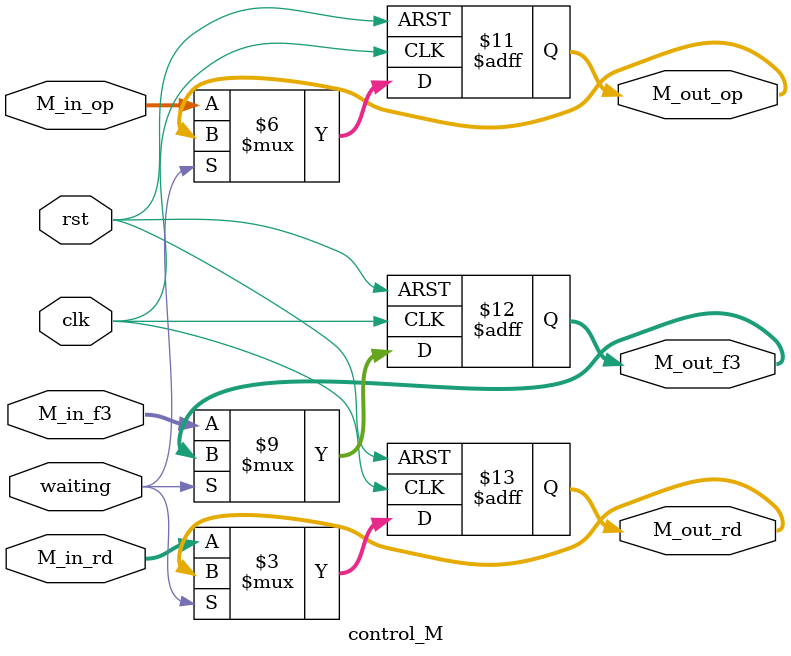
<source format=v>
module control_M(input wire clk,
                 input wire rst,
                 input wire [6:0] M_in_op,
                 input wire [2:0] M_in_f3,
                 input wire [4:0] M_in_rd,
                 input wire waiting,
                 output reg [6:0] M_out_op,
                 output reg [2:0] M_out_f3,
                 output reg [4:0] M_out_rd);
    
    always@(posedge clk or posedge rst)
    begin
        if (rst)
        begin
            M_out_f3 <= 3'b0;
            M_out_op <= 7'b0;
            M_out_rd <= 5'b0;
        end
        else 
        begin
            if (waiting) 
            begin
                M_out_f3 <= M_out_f3;
                M_out_op <= M_out_op;
                M_out_rd <= M_out_rd;
            end
            else 
            begin
                M_out_f3 <= M_in_f3;
                M_out_op <= M_in_op;
                M_out_rd <= M_in_rd;
            end
        end
    end
endmodule

</source>
